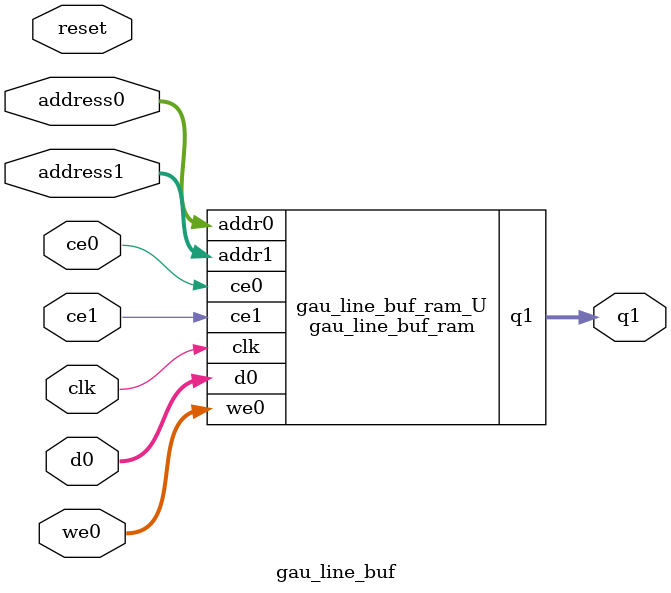
<source format=v>
`timescale 1 ns / 1 ps
module gau_line_buf_ram (addr0, ce0, d0, we0, addr1, ce1, q1,  clk);

parameter DWIDTH = 24;
parameter AWIDTH = 8;
parameter MEM_SIZE = 256;
parameter COL_WIDTH = 8;
parameter NUM_COL = (DWIDTH/COL_WIDTH);

input[AWIDTH-1:0] addr0;
input ce0;
input[DWIDTH-1:0] d0;
input [NUM_COL-1:0] we0;
input[AWIDTH-1:0] addr1;
input ce1;
output reg[DWIDTH-1:0] q1;
input clk;

(* ram_style = "block" *)reg [DWIDTH-1:0] ram[0:MEM_SIZE-1];



genvar i;

generate
    for (i=0;i<NUM_COL;i=i+1) begin
        always @(posedge clk) begin
            if (ce0) begin
                if (we0[i])
                    ram[addr0][i*COL_WIDTH +: COL_WIDTH] <= d0[i*COL_WIDTH +: COL_WIDTH]; 
            end
        end
    end
endgenerate


always @(posedge clk) begin
    if (ce1) begin
        q1 <= ram[addr1];
    end
end


endmodule

`timescale 1 ns / 1 ps
module gau_line_buf(
    reset,
    clk,
    address0,
    ce0,
    we0,
    d0,
    address1,
    ce1,
    q1);

parameter DataWidth = 32'd24;
parameter AddressRange = 32'd256;
parameter AddressWidth = 32'd8;
input reset;
input clk;
input[AddressWidth - 1:0] address0;
input ce0;
input[DataWidth/8 - 1:0] we0;
input[DataWidth - 1:0] d0;
input[AddressWidth - 1:0] address1;
input ce1;
output[DataWidth - 1:0] q1;



gau_line_buf_ram gau_line_buf_ram_U(
    .clk( clk ),
    .addr0( address0 ),
    .ce0( ce0 ),
    .we0( we0 ),
    .d0( d0 ),
    .addr1( address1 ),
    .ce1( ce1 ),
    .q1( q1 ));

endmodule


</source>
